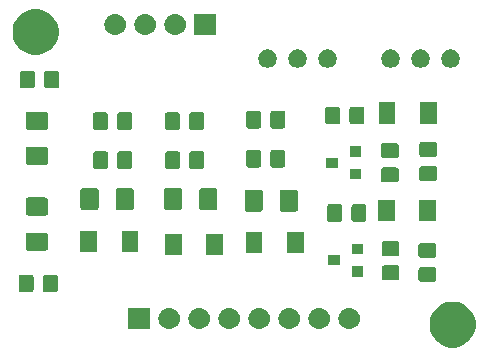
<source format=gbr>
%TF.GenerationSoftware,KiCad,Pcbnew,(5.1.4-0-10_14)*%
%TF.CreationDate,2019-08-17T10:21:19+03:00*%
%TF.ProjectId,Cooler_routed,436f6f6c-6572-45f7-926f-757465642e6b,rev?*%
%TF.SameCoordinates,Original*%
%TF.FileFunction,Soldermask,Top*%
%TF.FilePolarity,Negative*%
%FSLAX46Y46*%
G04 Gerber Fmt 4.6, Leading zero omitted, Abs format (unit mm)*
G04 Created by KiCad (PCBNEW (5.1.4-0-10_14)) date 2019-08-17 10:21:19*
%MOMM*%
%LPD*%
G04 APERTURE LIST*
%ADD10C,0.150000*%
G04 APERTURE END LIST*
D10*
G36*
X229042085Y-109756975D02*
G01*
X229397143Y-109904045D01*
X229397145Y-109904046D01*
X229716690Y-110117559D01*
X229988441Y-110389310D01*
X230201954Y-110708855D01*
X230201955Y-110708857D01*
X230349025Y-111063915D01*
X230424000Y-111440842D01*
X230424000Y-111825158D01*
X230349025Y-112202085D01*
X230201955Y-112557143D01*
X230201954Y-112557145D01*
X229988441Y-112876690D01*
X229716690Y-113148441D01*
X229397145Y-113361954D01*
X229397144Y-113361955D01*
X229397143Y-113361955D01*
X229042085Y-113509025D01*
X228665158Y-113584000D01*
X228280842Y-113584000D01*
X227903915Y-113509025D01*
X227548857Y-113361955D01*
X227548856Y-113361955D01*
X227548855Y-113361954D01*
X227229310Y-113148441D01*
X226957559Y-112876690D01*
X226744046Y-112557145D01*
X226744045Y-112557143D01*
X226596975Y-112202085D01*
X226522000Y-111825158D01*
X226522000Y-111440842D01*
X226596975Y-111063915D01*
X226744045Y-110708857D01*
X226744046Y-110708855D01*
X226957559Y-110389310D01*
X227229310Y-110117559D01*
X227548855Y-109904046D01*
X227548857Y-109904045D01*
X227903915Y-109756975D01*
X228280842Y-109682000D01*
X228665158Y-109682000D01*
X229042085Y-109756975D01*
X229042085Y-109756975D01*
G37*
G36*
X217280443Y-110230519D02*
G01*
X217346627Y-110237037D01*
X217516466Y-110288557D01*
X217672991Y-110372222D01*
X217693814Y-110389311D01*
X217810186Y-110484814D01*
X217893448Y-110586271D01*
X217922778Y-110622009D01*
X218006443Y-110778534D01*
X218057963Y-110948373D01*
X218075359Y-111125000D01*
X218057963Y-111301627D01*
X218006443Y-111471466D01*
X217922778Y-111627991D01*
X217893448Y-111663729D01*
X217810186Y-111765186D01*
X217708729Y-111848448D01*
X217672991Y-111877778D01*
X217516466Y-111961443D01*
X217346627Y-112012963D01*
X217280442Y-112019482D01*
X217214260Y-112026000D01*
X217125740Y-112026000D01*
X217059558Y-112019482D01*
X216993373Y-112012963D01*
X216823534Y-111961443D01*
X216667009Y-111877778D01*
X216631271Y-111848448D01*
X216529814Y-111765186D01*
X216446552Y-111663729D01*
X216417222Y-111627991D01*
X216333557Y-111471466D01*
X216282037Y-111301627D01*
X216264641Y-111125000D01*
X216282037Y-110948373D01*
X216333557Y-110778534D01*
X216417222Y-110622009D01*
X216446552Y-110586271D01*
X216529814Y-110484814D01*
X216646186Y-110389311D01*
X216667009Y-110372222D01*
X216823534Y-110288557D01*
X216993373Y-110237037D01*
X217059557Y-110230519D01*
X217125740Y-110224000D01*
X217214260Y-110224000D01*
X217280443Y-110230519D01*
X217280443Y-110230519D01*
G37*
G36*
X214740443Y-110230519D02*
G01*
X214806627Y-110237037D01*
X214976466Y-110288557D01*
X215132991Y-110372222D01*
X215153814Y-110389311D01*
X215270186Y-110484814D01*
X215353448Y-110586271D01*
X215382778Y-110622009D01*
X215466443Y-110778534D01*
X215517963Y-110948373D01*
X215535359Y-111125000D01*
X215517963Y-111301627D01*
X215466443Y-111471466D01*
X215382778Y-111627991D01*
X215353448Y-111663729D01*
X215270186Y-111765186D01*
X215168729Y-111848448D01*
X215132991Y-111877778D01*
X214976466Y-111961443D01*
X214806627Y-112012963D01*
X214740442Y-112019482D01*
X214674260Y-112026000D01*
X214585740Y-112026000D01*
X214519558Y-112019482D01*
X214453373Y-112012963D01*
X214283534Y-111961443D01*
X214127009Y-111877778D01*
X214091271Y-111848448D01*
X213989814Y-111765186D01*
X213906552Y-111663729D01*
X213877222Y-111627991D01*
X213793557Y-111471466D01*
X213742037Y-111301627D01*
X213724641Y-111125000D01*
X213742037Y-110948373D01*
X213793557Y-110778534D01*
X213877222Y-110622009D01*
X213906552Y-110586271D01*
X213989814Y-110484814D01*
X214106186Y-110389311D01*
X214127009Y-110372222D01*
X214283534Y-110288557D01*
X214453373Y-110237037D01*
X214519557Y-110230519D01*
X214585740Y-110224000D01*
X214674260Y-110224000D01*
X214740443Y-110230519D01*
X214740443Y-110230519D01*
G37*
G36*
X212200443Y-110230519D02*
G01*
X212266627Y-110237037D01*
X212436466Y-110288557D01*
X212592991Y-110372222D01*
X212613814Y-110389311D01*
X212730186Y-110484814D01*
X212813448Y-110586271D01*
X212842778Y-110622009D01*
X212926443Y-110778534D01*
X212977963Y-110948373D01*
X212995359Y-111125000D01*
X212977963Y-111301627D01*
X212926443Y-111471466D01*
X212842778Y-111627991D01*
X212813448Y-111663729D01*
X212730186Y-111765186D01*
X212628729Y-111848448D01*
X212592991Y-111877778D01*
X212436466Y-111961443D01*
X212266627Y-112012963D01*
X212200442Y-112019482D01*
X212134260Y-112026000D01*
X212045740Y-112026000D01*
X211979558Y-112019482D01*
X211913373Y-112012963D01*
X211743534Y-111961443D01*
X211587009Y-111877778D01*
X211551271Y-111848448D01*
X211449814Y-111765186D01*
X211366552Y-111663729D01*
X211337222Y-111627991D01*
X211253557Y-111471466D01*
X211202037Y-111301627D01*
X211184641Y-111125000D01*
X211202037Y-110948373D01*
X211253557Y-110778534D01*
X211337222Y-110622009D01*
X211366552Y-110586271D01*
X211449814Y-110484814D01*
X211566186Y-110389311D01*
X211587009Y-110372222D01*
X211743534Y-110288557D01*
X211913373Y-110237037D01*
X211979557Y-110230519D01*
X212045740Y-110224000D01*
X212134260Y-110224000D01*
X212200443Y-110230519D01*
X212200443Y-110230519D01*
G37*
G36*
X209660443Y-110230519D02*
G01*
X209726627Y-110237037D01*
X209896466Y-110288557D01*
X210052991Y-110372222D01*
X210073814Y-110389311D01*
X210190186Y-110484814D01*
X210273448Y-110586271D01*
X210302778Y-110622009D01*
X210386443Y-110778534D01*
X210437963Y-110948373D01*
X210455359Y-111125000D01*
X210437963Y-111301627D01*
X210386443Y-111471466D01*
X210302778Y-111627991D01*
X210273448Y-111663729D01*
X210190186Y-111765186D01*
X210088729Y-111848448D01*
X210052991Y-111877778D01*
X209896466Y-111961443D01*
X209726627Y-112012963D01*
X209660442Y-112019482D01*
X209594260Y-112026000D01*
X209505740Y-112026000D01*
X209439558Y-112019482D01*
X209373373Y-112012963D01*
X209203534Y-111961443D01*
X209047009Y-111877778D01*
X209011271Y-111848448D01*
X208909814Y-111765186D01*
X208826552Y-111663729D01*
X208797222Y-111627991D01*
X208713557Y-111471466D01*
X208662037Y-111301627D01*
X208644641Y-111125000D01*
X208662037Y-110948373D01*
X208713557Y-110778534D01*
X208797222Y-110622009D01*
X208826552Y-110586271D01*
X208909814Y-110484814D01*
X209026186Y-110389311D01*
X209047009Y-110372222D01*
X209203534Y-110288557D01*
X209373373Y-110237037D01*
X209439557Y-110230519D01*
X209505740Y-110224000D01*
X209594260Y-110224000D01*
X209660443Y-110230519D01*
X209660443Y-110230519D01*
G37*
G36*
X207120443Y-110230519D02*
G01*
X207186627Y-110237037D01*
X207356466Y-110288557D01*
X207512991Y-110372222D01*
X207533814Y-110389311D01*
X207650186Y-110484814D01*
X207733448Y-110586271D01*
X207762778Y-110622009D01*
X207846443Y-110778534D01*
X207897963Y-110948373D01*
X207915359Y-111125000D01*
X207897963Y-111301627D01*
X207846443Y-111471466D01*
X207762778Y-111627991D01*
X207733448Y-111663729D01*
X207650186Y-111765186D01*
X207548729Y-111848448D01*
X207512991Y-111877778D01*
X207356466Y-111961443D01*
X207186627Y-112012963D01*
X207120442Y-112019482D01*
X207054260Y-112026000D01*
X206965740Y-112026000D01*
X206899558Y-112019482D01*
X206833373Y-112012963D01*
X206663534Y-111961443D01*
X206507009Y-111877778D01*
X206471271Y-111848448D01*
X206369814Y-111765186D01*
X206286552Y-111663729D01*
X206257222Y-111627991D01*
X206173557Y-111471466D01*
X206122037Y-111301627D01*
X206104641Y-111125000D01*
X206122037Y-110948373D01*
X206173557Y-110778534D01*
X206257222Y-110622009D01*
X206286552Y-110586271D01*
X206369814Y-110484814D01*
X206486186Y-110389311D01*
X206507009Y-110372222D01*
X206663534Y-110288557D01*
X206833373Y-110237037D01*
X206899557Y-110230519D01*
X206965740Y-110224000D01*
X207054260Y-110224000D01*
X207120443Y-110230519D01*
X207120443Y-110230519D01*
G37*
G36*
X204580443Y-110230519D02*
G01*
X204646627Y-110237037D01*
X204816466Y-110288557D01*
X204972991Y-110372222D01*
X204993814Y-110389311D01*
X205110186Y-110484814D01*
X205193448Y-110586271D01*
X205222778Y-110622009D01*
X205306443Y-110778534D01*
X205357963Y-110948373D01*
X205375359Y-111125000D01*
X205357963Y-111301627D01*
X205306443Y-111471466D01*
X205222778Y-111627991D01*
X205193448Y-111663729D01*
X205110186Y-111765186D01*
X205008729Y-111848448D01*
X204972991Y-111877778D01*
X204816466Y-111961443D01*
X204646627Y-112012963D01*
X204580442Y-112019482D01*
X204514260Y-112026000D01*
X204425740Y-112026000D01*
X204359558Y-112019482D01*
X204293373Y-112012963D01*
X204123534Y-111961443D01*
X203967009Y-111877778D01*
X203931271Y-111848448D01*
X203829814Y-111765186D01*
X203746552Y-111663729D01*
X203717222Y-111627991D01*
X203633557Y-111471466D01*
X203582037Y-111301627D01*
X203564641Y-111125000D01*
X203582037Y-110948373D01*
X203633557Y-110778534D01*
X203717222Y-110622009D01*
X203746552Y-110586271D01*
X203829814Y-110484814D01*
X203946186Y-110389311D01*
X203967009Y-110372222D01*
X204123534Y-110288557D01*
X204293373Y-110237037D01*
X204359557Y-110230519D01*
X204425740Y-110224000D01*
X204514260Y-110224000D01*
X204580443Y-110230519D01*
X204580443Y-110230519D01*
G37*
G36*
X202831000Y-112026000D02*
G01*
X201029000Y-112026000D01*
X201029000Y-110224000D01*
X202831000Y-110224000D01*
X202831000Y-112026000D01*
X202831000Y-112026000D01*
G37*
G36*
X219820443Y-110230519D02*
G01*
X219886627Y-110237037D01*
X220056466Y-110288557D01*
X220212991Y-110372222D01*
X220233814Y-110389311D01*
X220350186Y-110484814D01*
X220433448Y-110586271D01*
X220462778Y-110622009D01*
X220546443Y-110778534D01*
X220597963Y-110948373D01*
X220615359Y-111125000D01*
X220597963Y-111301627D01*
X220546443Y-111471466D01*
X220462778Y-111627991D01*
X220433448Y-111663729D01*
X220350186Y-111765186D01*
X220248729Y-111848448D01*
X220212991Y-111877778D01*
X220056466Y-111961443D01*
X219886627Y-112012963D01*
X219820442Y-112019482D01*
X219754260Y-112026000D01*
X219665740Y-112026000D01*
X219599558Y-112019482D01*
X219533373Y-112012963D01*
X219363534Y-111961443D01*
X219207009Y-111877778D01*
X219171271Y-111848448D01*
X219069814Y-111765186D01*
X218986552Y-111663729D01*
X218957222Y-111627991D01*
X218873557Y-111471466D01*
X218822037Y-111301627D01*
X218804641Y-111125000D01*
X218822037Y-110948373D01*
X218873557Y-110778534D01*
X218957222Y-110622009D01*
X218986552Y-110586271D01*
X219069814Y-110484814D01*
X219186186Y-110389311D01*
X219207009Y-110372222D01*
X219363534Y-110288557D01*
X219533373Y-110237037D01*
X219599557Y-110230519D01*
X219665740Y-110224000D01*
X219754260Y-110224000D01*
X219820443Y-110230519D01*
X219820443Y-110230519D01*
G37*
G36*
X194884674Y-107406465D02*
G01*
X194922367Y-107417899D01*
X194957103Y-107436466D01*
X194987548Y-107461452D01*
X195012534Y-107491897D01*
X195031101Y-107526633D01*
X195042535Y-107564326D01*
X195047000Y-107609661D01*
X195047000Y-108696339D01*
X195042535Y-108741674D01*
X195031101Y-108779367D01*
X195012534Y-108814103D01*
X194987548Y-108844548D01*
X194957103Y-108869534D01*
X194922367Y-108888101D01*
X194884674Y-108899535D01*
X194839339Y-108904000D01*
X194002661Y-108904000D01*
X193957326Y-108899535D01*
X193919633Y-108888101D01*
X193884897Y-108869534D01*
X193854452Y-108844548D01*
X193829466Y-108814103D01*
X193810899Y-108779367D01*
X193799465Y-108741674D01*
X193795000Y-108696339D01*
X193795000Y-107609661D01*
X193799465Y-107564326D01*
X193810899Y-107526633D01*
X193829466Y-107491897D01*
X193854452Y-107461452D01*
X193884897Y-107436466D01*
X193919633Y-107417899D01*
X193957326Y-107406465D01*
X194002661Y-107402000D01*
X194839339Y-107402000D01*
X194884674Y-107406465D01*
X194884674Y-107406465D01*
G37*
G36*
X192834674Y-107406465D02*
G01*
X192872367Y-107417899D01*
X192907103Y-107436466D01*
X192937548Y-107461452D01*
X192962534Y-107491897D01*
X192981101Y-107526633D01*
X192992535Y-107564326D01*
X192997000Y-107609661D01*
X192997000Y-108696339D01*
X192992535Y-108741674D01*
X192981101Y-108779367D01*
X192962534Y-108814103D01*
X192937548Y-108844548D01*
X192907103Y-108869534D01*
X192872367Y-108888101D01*
X192834674Y-108899535D01*
X192789339Y-108904000D01*
X191952661Y-108904000D01*
X191907326Y-108899535D01*
X191869633Y-108888101D01*
X191834897Y-108869534D01*
X191804452Y-108844548D01*
X191779466Y-108814103D01*
X191760899Y-108779367D01*
X191749465Y-108741674D01*
X191745000Y-108696339D01*
X191745000Y-107609661D01*
X191749465Y-107564326D01*
X191760899Y-107526633D01*
X191779466Y-107491897D01*
X191804452Y-107461452D01*
X191834897Y-107436466D01*
X191869633Y-107417899D01*
X191907326Y-107406465D01*
X191952661Y-107402000D01*
X192789339Y-107402000D01*
X192834674Y-107406465D01*
X192834674Y-107406465D01*
G37*
G36*
X226927674Y-106774465D02*
G01*
X226965367Y-106785899D01*
X227000103Y-106804466D01*
X227030548Y-106829452D01*
X227055534Y-106859897D01*
X227074101Y-106894633D01*
X227085535Y-106932326D01*
X227090000Y-106977661D01*
X227090000Y-107814339D01*
X227085535Y-107859674D01*
X227074101Y-107897367D01*
X227055534Y-107932103D01*
X227030548Y-107962548D01*
X227000103Y-107987534D01*
X226965367Y-108006101D01*
X226927674Y-108017535D01*
X226882339Y-108022000D01*
X225795661Y-108022000D01*
X225750326Y-108017535D01*
X225712633Y-108006101D01*
X225677897Y-107987534D01*
X225647452Y-107962548D01*
X225622466Y-107932103D01*
X225603899Y-107897367D01*
X225592465Y-107859674D01*
X225588000Y-107814339D01*
X225588000Y-106977661D01*
X225592465Y-106932326D01*
X225603899Y-106894633D01*
X225622466Y-106859897D01*
X225647452Y-106829452D01*
X225677897Y-106804466D01*
X225712633Y-106785899D01*
X225750326Y-106774465D01*
X225795661Y-106770000D01*
X226882339Y-106770000D01*
X226927674Y-106774465D01*
X226927674Y-106774465D01*
G37*
G36*
X223816674Y-106630465D02*
G01*
X223854367Y-106641899D01*
X223889103Y-106660466D01*
X223919548Y-106685452D01*
X223944534Y-106715897D01*
X223963101Y-106750633D01*
X223974535Y-106788326D01*
X223979000Y-106833661D01*
X223979000Y-107670339D01*
X223974535Y-107715674D01*
X223963101Y-107753367D01*
X223944534Y-107788103D01*
X223919548Y-107818548D01*
X223889103Y-107843534D01*
X223854367Y-107862101D01*
X223816674Y-107873535D01*
X223771339Y-107878000D01*
X222684661Y-107878000D01*
X222639326Y-107873535D01*
X222601633Y-107862101D01*
X222566897Y-107843534D01*
X222536452Y-107818548D01*
X222511466Y-107788103D01*
X222492899Y-107753367D01*
X222481465Y-107715674D01*
X222477000Y-107670339D01*
X222477000Y-106833661D01*
X222481465Y-106788326D01*
X222492899Y-106750633D01*
X222511466Y-106715897D01*
X222536452Y-106685452D01*
X222566897Y-106660466D01*
X222601633Y-106641899D01*
X222639326Y-106630465D01*
X222684661Y-106626000D01*
X223771339Y-106626000D01*
X223816674Y-106630465D01*
X223816674Y-106630465D01*
G37*
G36*
X220919000Y-107573000D02*
G01*
X219917000Y-107573000D01*
X219917000Y-106671000D01*
X220919000Y-106671000D01*
X220919000Y-107573000D01*
X220919000Y-107573000D01*
G37*
G36*
X218919000Y-106623000D02*
G01*
X217917000Y-106623000D01*
X217917000Y-105721000D01*
X218919000Y-105721000D01*
X218919000Y-106623000D01*
X218919000Y-106623000D01*
G37*
G36*
X226927674Y-104724465D02*
G01*
X226965367Y-104735899D01*
X227000103Y-104754466D01*
X227030548Y-104779452D01*
X227055534Y-104809897D01*
X227074101Y-104844633D01*
X227085535Y-104882326D01*
X227090000Y-104927661D01*
X227090000Y-105764339D01*
X227085535Y-105809674D01*
X227074101Y-105847367D01*
X227055534Y-105882103D01*
X227030548Y-105912548D01*
X227000103Y-105937534D01*
X226965367Y-105956101D01*
X226927674Y-105967535D01*
X226882339Y-105972000D01*
X225795661Y-105972000D01*
X225750326Y-105967535D01*
X225712633Y-105956101D01*
X225677897Y-105937534D01*
X225647452Y-105912548D01*
X225622466Y-105882103D01*
X225603899Y-105847367D01*
X225592465Y-105809674D01*
X225588000Y-105764339D01*
X225588000Y-104927661D01*
X225592465Y-104882326D01*
X225603899Y-104844633D01*
X225622466Y-104809897D01*
X225647452Y-104779452D01*
X225677897Y-104754466D01*
X225712633Y-104735899D01*
X225750326Y-104724465D01*
X225795661Y-104720000D01*
X226882339Y-104720000D01*
X226927674Y-104724465D01*
X226927674Y-104724465D01*
G37*
G36*
X223816674Y-104580465D02*
G01*
X223854367Y-104591899D01*
X223889103Y-104610466D01*
X223919548Y-104635452D01*
X223944534Y-104665897D01*
X223963101Y-104700633D01*
X223974535Y-104738326D01*
X223979000Y-104783661D01*
X223979000Y-105620339D01*
X223974535Y-105665674D01*
X223963101Y-105703367D01*
X223944534Y-105738103D01*
X223919548Y-105768548D01*
X223889103Y-105793534D01*
X223854367Y-105812101D01*
X223816674Y-105823535D01*
X223771339Y-105828000D01*
X222684661Y-105828000D01*
X222639326Y-105823535D01*
X222601633Y-105812101D01*
X222566897Y-105793534D01*
X222536452Y-105768548D01*
X222511466Y-105738103D01*
X222492899Y-105703367D01*
X222481465Y-105665674D01*
X222477000Y-105620339D01*
X222477000Y-104783661D01*
X222481465Y-104738326D01*
X222492899Y-104700633D01*
X222511466Y-104665897D01*
X222536452Y-104635452D01*
X222566897Y-104610466D01*
X222601633Y-104591899D01*
X222639326Y-104580465D01*
X222684661Y-104576000D01*
X223771339Y-104576000D01*
X223816674Y-104580465D01*
X223816674Y-104580465D01*
G37*
G36*
X205532000Y-105727000D02*
G01*
X204130000Y-105727000D01*
X204130000Y-103925000D01*
X205532000Y-103925000D01*
X205532000Y-105727000D01*
X205532000Y-105727000D01*
G37*
G36*
X209032000Y-105727000D02*
G01*
X207630000Y-105727000D01*
X207630000Y-103925000D01*
X209032000Y-103925000D01*
X209032000Y-105727000D01*
X209032000Y-105727000D01*
G37*
G36*
X220919000Y-105673000D02*
G01*
X219917000Y-105673000D01*
X219917000Y-104771000D01*
X220919000Y-104771000D01*
X220919000Y-105673000D01*
X220919000Y-105673000D01*
G37*
G36*
X215862000Y-105600000D02*
G01*
X214460000Y-105600000D01*
X214460000Y-103798000D01*
X215862000Y-103798000D01*
X215862000Y-105600000D01*
X215862000Y-105600000D01*
G37*
G36*
X212362000Y-105600000D02*
G01*
X210960000Y-105600000D01*
X210960000Y-103798000D01*
X212362000Y-103798000D01*
X212362000Y-105600000D01*
X212362000Y-105600000D01*
G37*
G36*
X201864000Y-105473000D02*
G01*
X200462000Y-105473000D01*
X200462000Y-103671000D01*
X201864000Y-103671000D01*
X201864000Y-105473000D01*
X201864000Y-105473000D01*
G37*
G36*
X198364000Y-105473000D02*
G01*
X196962000Y-105473000D01*
X196962000Y-103671000D01*
X198364000Y-103671000D01*
X198364000Y-105473000D01*
X198364000Y-105473000D01*
G37*
G36*
X194044562Y-103852181D02*
G01*
X194079481Y-103862774D01*
X194111663Y-103879976D01*
X194139873Y-103903127D01*
X194163024Y-103931337D01*
X194180226Y-103963519D01*
X194190819Y-103998438D01*
X194195000Y-104040895D01*
X194195000Y-105182105D01*
X194190819Y-105224562D01*
X194180226Y-105259481D01*
X194163024Y-105291663D01*
X194139873Y-105319873D01*
X194111663Y-105343024D01*
X194079481Y-105360226D01*
X194044562Y-105370819D01*
X194002105Y-105375000D01*
X192535895Y-105375000D01*
X192493438Y-105370819D01*
X192458519Y-105360226D01*
X192426337Y-105343024D01*
X192398127Y-105319873D01*
X192374976Y-105291663D01*
X192357774Y-105259481D01*
X192347181Y-105224562D01*
X192343000Y-105182105D01*
X192343000Y-104040895D01*
X192347181Y-103998438D01*
X192357774Y-103963519D01*
X192374976Y-103931337D01*
X192398127Y-103903127D01*
X192426337Y-103879976D01*
X192458519Y-103862774D01*
X192493438Y-103852181D01*
X192535895Y-103848000D01*
X194002105Y-103848000D01*
X194044562Y-103852181D01*
X194044562Y-103852181D01*
G37*
G36*
X221004674Y-101437465D02*
G01*
X221042367Y-101448899D01*
X221077103Y-101467466D01*
X221107548Y-101492452D01*
X221132534Y-101522897D01*
X221151101Y-101557633D01*
X221162535Y-101595326D01*
X221167000Y-101640661D01*
X221167000Y-102727339D01*
X221162535Y-102772674D01*
X221151101Y-102810367D01*
X221132534Y-102845103D01*
X221107548Y-102875548D01*
X221077103Y-102900534D01*
X221042367Y-102919101D01*
X221004674Y-102930535D01*
X220959339Y-102935000D01*
X220122661Y-102935000D01*
X220077326Y-102930535D01*
X220039633Y-102919101D01*
X220004897Y-102900534D01*
X219974452Y-102875548D01*
X219949466Y-102845103D01*
X219930899Y-102810367D01*
X219919465Y-102772674D01*
X219915000Y-102727339D01*
X219915000Y-101640661D01*
X219919465Y-101595326D01*
X219930899Y-101557633D01*
X219949466Y-101522897D01*
X219974452Y-101492452D01*
X220004897Y-101467466D01*
X220039633Y-101448899D01*
X220077326Y-101437465D01*
X220122661Y-101433000D01*
X220959339Y-101433000D01*
X221004674Y-101437465D01*
X221004674Y-101437465D01*
G37*
G36*
X218954674Y-101437465D02*
G01*
X218992367Y-101448899D01*
X219027103Y-101467466D01*
X219057548Y-101492452D01*
X219082534Y-101522897D01*
X219101101Y-101557633D01*
X219112535Y-101595326D01*
X219117000Y-101640661D01*
X219117000Y-102727339D01*
X219112535Y-102772674D01*
X219101101Y-102810367D01*
X219082534Y-102845103D01*
X219057548Y-102875548D01*
X219027103Y-102900534D01*
X218992367Y-102919101D01*
X218954674Y-102930535D01*
X218909339Y-102935000D01*
X218072661Y-102935000D01*
X218027326Y-102930535D01*
X217989633Y-102919101D01*
X217954897Y-102900534D01*
X217924452Y-102875548D01*
X217899466Y-102845103D01*
X217880899Y-102810367D01*
X217869465Y-102772674D01*
X217865000Y-102727339D01*
X217865000Y-101640661D01*
X217869465Y-101595326D01*
X217880899Y-101557633D01*
X217899466Y-101522897D01*
X217924452Y-101492452D01*
X217954897Y-101467466D01*
X217989633Y-101448899D01*
X218027326Y-101437465D01*
X218072661Y-101433000D01*
X218909339Y-101433000D01*
X218954674Y-101437465D01*
X218954674Y-101437465D01*
G37*
G36*
X227066000Y-102882000D02*
G01*
X225664000Y-102882000D01*
X225664000Y-101080000D01*
X227066000Y-101080000D01*
X227066000Y-102882000D01*
X227066000Y-102882000D01*
G37*
G36*
X223566000Y-102882000D02*
G01*
X222164000Y-102882000D01*
X222164000Y-101080000D01*
X223566000Y-101080000D01*
X223566000Y-102882000D01*
X223566000Y-102882000D01*
G37*
G36*
X194044562Y-100877181D02*
G01*
X194079481Y-100887774D01*
X194111663Y-100904976D01*
X194139873Y-100928127D01*
X194163024Y-100956337D01*
X194180226Y-100988519D01*
X194190819Y-101023438D01*
X194195000Y-101065895D01*
X194195000Y-102207105D01*
X194190819Y-102249562D01*
X194180226Y-102284481D01*
X194163024Y-102316663D01*
X194139873Y-102344873D01*
X194111663Y-102368024D01*
X194079481Y-102385226D01*
X194044562Y-102395819D01*
X194002105Y-102400000D01*
X192535895Y-102400000D01*
X192493438Y-102395819D01*
X192458519Y-102385226D01*
X192426337Y-102368024D01*
X192398127Y-102344873D01*
X192374976Y-102316663D01*
X192357774Y-102284481D01*
X192347181Y-102249562D01*
X192343000Y-102207105D01*
X192343000Y-101065895D01*
X192347181Y-101023438D01*
X192357774Y-100988519D01*
X192374976Y-100956337D01*
X192398127Y-100928127D01*
X192426337Y-100904976D01*
X192458519Y-100887774D01*
X192493438Y-100877181D01*
X192535895Y-100873000D01*
X194002105Y-100873000D01*
X194044562Y-100877181D01*
X194044562Y-100877181D01*
G37*
G36*
X212245562Y-100221181D02*
G01*
X212280481Y-100231774D01*
X212312663Y-100248976D01*
X212340873Y-100272127D01*
X212364024Y-100300337D01*
X212381226Y-100332519D01*
X212391819Y-100367438D01*
X212396000Y-100409895D01*
X212396000Y-101876105D01*
X212391819Y-101918562D01*
X212381226Y-101953481D01*
X212364024Y-101985663D01*
X212340873Y-102013873D01*
X212312663Y-102037024D01*
X212280481Y-102054226D01*
X212245562Y-102064819D01*
X212203105Y-102069000D01*
X211061895Y-102069000D01*
X211019438Y-102064819D01*
X210984519Y-102054226D01*
X210952337Y-102037024D01*
X210924127Y-102013873D01*
X210900976Y-101985663D01*
X210883774Y-101953481D01*
X210873181Y-101918562D01*
X210869000Y-101876105D01*
X210869000Y-100409895D01*
X210873181Y-100367438D01*
X210883774Y-100332519D01*
X210900976Y-100300337D01*
X210924127Y-100272127D01*
X210952337Y-100248976D01*
X210984519Y-100231774D01*
X211019438Y-100221181D01*
X211061895Y-100217000D01*
X212203105Y-100217000D01*
X212245562Y-100221181D01*
X212245562Y-100221181D01*
G37*
G36*
X215220562Y-100221181D02*
G01*
X215255481Y-100231774D01*
X215287663Y-100248976D01*
X215315873Y-100272127D01*
X215339024Y-100300337D01*
X215356226Y-100332519D01*
X215366819Y-100367438D01*
X215371000Y-100409895D01*
X215371000Y-101876105D01*
X215366819Y-101918562D01*
X215356226Y-101953481D01*
X215339024Y-101985663D01*
X215315873Y-102013873D01*
X215287663Y-102037024D01*
X215255481Y-102054226D01*
X215220562Y-102064819D01*
X215178105Y-102069000D01*
X214036895Y-102069000D01*
X213994438Y-102064819D01*
X213959519Y-102054226D01*
X213927337Y-102037024D01*
X213899127Y-102013873D01*
X213875976Y-101985663D01*
X213858774Y-101953481D01*
X213848181Y-101918562D01*
X213844000Y-101876105D01*
X213844000Y-100409895D01*
X213848181Y-100367438D01*
X213858774Y-100332519D01*
X213875976Y-100300337D01*
X213899127Y-100272127D01*
X213927337Y-100248976D01*
X213959519Y-100231774D01*
X213994438Y-100221181D01*
X214036895Y-100217000D01*
X215178105Y-100217000D01*
X215220562Y-100221181D01*
X215220562Y-100221181D01*
G37*
G36*
X201323562Y-100094181D02*
G01*
X201358481Y-100104774D01*
X201390663Y-100121976D01*
X201418873Y-100145127D01*
X201442024Y-100173337D01*
X201459226Y-100205519D01*
X201469819Y-100240438D01*
X201474000Y-100282895D01*
X201474000Y-101749105D01*
X201469819Y-101791562D01*
X201459226Y-101826481D01*
X201442024Y-101858663D01*
X201418873Y-101886873D01*
X201390663Y-101910024D01*
X201358481Y-101927226D01*
X201323562Y-101937819D01*
X201281105Y-101942000D01*
X200139895Y-101942000D01*
X200097438Y-101937819D01*
X200062519Y-101927226D01*
X200030337Y-101910024D01*
X200002127Y-101886873D01*
X199978976Y-101858663D01*
X199961774Y-101826481D01*
X199951181Y-101791562D01*
X199947000Y-101749105D01*
X199947000Y-100282895D01*
X199951181Y-100240438D01*
X199961774Y-100205519D01*
X199978976Y-100173337D01*
X200002127Y-100145127D01*
X200030337Y-100121976D01*
X200062519Y-100104774D01*
X200097438Y-100094181D01*
X200139895Y-100090000D01*
X201281105Y-100090000D01*
X201323562Y-100094181D01*
X201323562Y-100094181D01*
G37*
G36*
X198348562Y-100094181D02*
G01*
X198383481Y-100104774D01*
X198415663Y-100121976D01*
X198443873Y-100145127D01*
X198467024Y-100173337D01*
X198484226Y-100205519D01*
X198494819Y-100240438D01*
X198499000Y-100282895D01*
X198499000Y-101749105D01*
X198494819Y-101791562D01*
X198484226Y-101826481D01*
X198467024Y-101858663D01*
X198443873Y-101886873D01*
X198415663Y-101910024D01*
X198383481Y-101927226D01*
X198348562Y-101937819D01*
X198306105Y-101942000D01*
X197164895Y-101942000D01*
X197122438Y-101937819D01*
X197087519Y-101927226D01*
X197055337Y-101910024D01*
X197027127Y-101886873D01*
X197003976Y-101858663D01*
X196986774Y-101826481D01*
X196976181Y-101791562D01*
X196972000Y-101749105D01*
X196972000Y-100282895D01*
X196976181Y-100240438D01*
X196986774Y-100205519D01*
X197003976Y-100173337D01*
X197027127Y-100145127D01*
X197055337Y-100121976D01*
X197087519Y-100104774D01*
X197122438Y-100094181D01*
X197164895Y-100090000D01*
X198306105Y-100090000D01*
X198348562Y-100094181D01*
X198348562Y-100094181D01*
G37*
G36*
X208399562Y-100094181D02*
G01*
X208434481Y-100104774D01*
X208466663Y-100121976D01*
X208494873Y-100145127D01*
X208518024Y-100173337D01*
X208535226Y-100205519D01*
X208545819Y-100240438D01*
X208550000Y-100282895D01*
X208550000Y-101749105D01*
X208545819Y-101791562D01*
X208535226Y-101826481D01*
X208518024Y-101858663D01*
X208494873Y-101886873D01*
X208466663Y-101910024D01*
X208434481Y-101927226D01*
X208399562Y-101937819D01*
X208357105Y-101942000D01*
X207215895Y-101942000D01*
X207173438Y-101937819D01*
X207138519Y-101927226D01*
X207106337Y-101910024D01*
X207078127Y-101886873D01*
X207054976Y-101858663D01*
X207037774Y-101826481D01*
X207027181Y-101791562D01*
X207023000Y-101749105D01*
X207023000Y-100282895D01*
X207027181Y-100240438D01*
X207037774Y-100205519D01*
X207054976Y-100173337D01*
X207078127Y-100145127D01*
X207106337Y-100121976D01*
X207138519Y-100104774D01*
X207173438Y-100094181D01*
X207215895Y-100090000D01*
X208357105Y-100090000D01*
X208399562Y-100094181D01*
X208399562Y-100094181D01*
G37*
G36*
X205424562Y-100094181D02*
G01*
X205459481Y-100104774D01*
X205491663Y-100121976D01*
X205519873Y-100145127D01*
X205543024Y-100173337D01*
X205560226Y-100205519D01*
X205570819Y-100240438D01*
X205575000Y-100282895D01*
X205575000Y-101749105D01*
X205570819Y-101791562D01*
X205560226Y-101826481D01*
X205543024Y-101858663D01*
X205519873Y-101886873D01*
X205491663Y-101910024D01*
X205459481Y-101927226D01*
X205424562Y-101937819D01*
X205382105Y-101942000D01*
X204240895Y-101942000D01*
X204198438Y-101937819D01*
X204163519Y-101927226D01*
X204131337Y-101910024D01*
X204103127Y-101886873D01*
X204079976Y-101858663D01*
X204062774Y-101826481D01*
X204052181Y-101791562D01*
X204048000Y-101749105D01*
X204048000Y-100282895D01*
X204052181Y-100240438D01*
X204062774Y-100205519D01*
X204079976Y-100173337D01*
X204103127Y-100145127D01*
X204131337Y-100121976D01*
X204163519Y-100104774D01*
X204198438Y-100094181D01*
X204240895Y-100090000D01*
X205382105Y-100090000D01*
X205424562Y-100094181D01*
X205424562Y-100094181D01*
G37*
G36*
X223752674Y-98336865D02*
G01*
X223790367Y-98348299D01*
X223825103Y-98366866D01*
X223855548Y-98391852D01*
X223880534Y-98422297D01*
X223899101Y-98457033D01*
X223910535Y-98494726D01*
X223915000Y-98540061D01*
X223915000Y-99376739D01*
X223910535Y-99422074D01*
X223899101Y-99459767D01*
X223880534Y-99494503D01*
X223855548Y-99524948D01*
X223825103Y-99549934D01*
X223790367Y-99568501D01*
X223752674Y-99579935D01*
X223707339Y-99584400D01*
X222620661Y-99584400D01*
X222575326Y-99579935D01*
X222537633Y-99568501D01*
X222502897Y-99549934D01*
X222472452Y-99524948D01*
X222447466Y-99494503D01*
X222428899Y-99459767D01*
X222417465Y-99422074D01*
X222413000Y-99376739D01*
X222413000Y-98540061D01*
X222417465Y-98494726D01*
X222428899Y-98457033D01*
X222447466Y-98422297D01*
X222472452Y-98391852D01*
X222502897Y-98366866D01*
X222537633Y-98348299D01*
X222575326Y-98336865D01*
X222620661Y-98332400D01*
X223707339Y-98332400D01*
X223752674Y-98336865D01*
X223752674Y-98336865D01*
G37*
G36*
X227004674Y-98235265D02*
G01*
X227042367Y-98246699D01*
X227077103Y-98265266D01*
X227107548Y-98290252D01*
X227132534Y-98320697D01*
X227151101Y-98355433D01*
X227162535Y-98393126D01*
X227167000Y-98438461D01*
X227167000Y-99275139D01*
X227162535Y-99320474D01*
X227151101Y-99358167D01*
X227132534Y-99392903D01*
X227107548Y-99423348D01*
X227077103Y-99448334D01*
X227042367Y-99466901D01*
X227004674Y-99478335D01*
X226959339Y-99482800D01*
X225872661Y-99482800D01*
X225827326Y-99478335D01*
X225789633Y-99466901D01*
X225754897Y-99448334D01*
X225724452Y-99423348D01*
X225699466Y-99392903D01*
X225680899Y-99358167D01*
X225669465Y-99320474D01*
X225665000Y-99275139D01*
X225665000Y-98438461D01*
X225669465Y-98393126D01*
X225680899Y-98355433D01*
X225699466Y-98320697D01*
X225724452Y-98290252D01*
X225754897Y-98265266D01*
X225789633Y-98246699D01*
X225827326Y-98235265D01*
X225872661Y-98230800D01*
X226959339Y-98230800D01*
X227004674Y-98235265D01*
X227004674Y-98235265D01*
G37*
G36*
X220754000Y-99343400D02*
G01*
X219752000Y-99343400D01*
X219752000Y-98441400D01*
X220754000Y-98441400D01*
X220754000Y-99343400D01*
X220754000Y-99343400D01*
G37*
G36*
X199133674Y-96967265D02*
G01*
X199171367Y-96978699D01*
X199206103Y-96997266D01*
X199236548Y-97022252D01*
X199261534Y-97052697D01*
X199280101Y-97087433D01*
X199291535Y-97125126D01*
X199296000Y-97170461D01*
X199296000Y-98257139D01*
X199291535Y-98302474D01*
X199280101Y-98340167D01*
X199261534Y-98374903D01*
X199236548Y-98405348D01*
X199206103Y-98430334D01*
X199171367Y-98448901D01*
X199133674Y-98460335D01*
X199088339Y-98464800D01*
X198251661Y-98464800D01*
X198206326Y-98460335D01*
X198168633Y-98448901D01*
X198133897Y-98430334D01*
X198103452Y-98405348D01*
X198078466Y-98374903D01*
X198059899Y-98340167D01*
X198048465Y-98302474D01*
X198044000Y-98257139D01*
X198044000Y-97170461D01*
X198048465Y-97125126D01*
X198059899Y-97087433D01*
X198078466Y-97052697D01*
X198103452Y-97022252D01*
X198133897Y-96997266D01*
X198168633Y-96978699D01*
X198206326Y-96967265D01*
X198251661Y-96962800D01*
X199088339Y-96962800D01*
X199133674Y-96967265D01*
X199133674Y-96967265D01*
G37*
G36*
X207279674Y-96967265D02*
G01*
X207317367Y-96978699D01*
X207352103Y-96997266D01*
X207382548Y-97022252D01*
X207407534Y-97052697D01*
X207426101Y-97087433D01*
X207437535Y-97125126D01*
X207442000Y-97170461D01*
X207442000Y-98257139D01*
X207437535Y-98302474D01*
X207426101Y-98340167D01*
X207407534Y-98374903D01*
X207382548Y-98405348D01*
X207352103Y-98430334D01*
X207317367Y-98448901D01*
X207279674Y-98460335D01*
X207234339Y-98464800D01*
X206397661Y-98464800D01*
X206352326Y-98460335D01*
X206314633Y-98448901D01*
X206279897Y-98430334D01*
X206249452Y-98405348D01*
X206224466Y-98374903D01*
X206205899Y-98340167D01*
X206194465Y-98302474D01*
X206190000Y-98257139D01*
X206190000Y-97170461D01*
X206194465Y-97125126D01*
X206205899Y-97087433D01*
X206224466Y-97052697D01*
X206249452Y-97022252D01*
X206279897Y-96997266D01*
X206314633Y-96978699D01*
X206352326Y-96967265D01*
X206397661Y-96962800D01*
X207234339Y-96962800D01*
X207279674Y-96967265D01*
X207279674Y-96967265D01*
G37*
G36*
X205229674Y-96967265D02*
G01*
X205267367Y-96978699D01*
X205302103Y-96997266D01*
X205332548Y-97022252D01*
X205357534Y-97052697D01*
X205376101Y-97087433D01*
X205387535Y-97125126D01*
X205392000Y-97170461D01*
X205392000Y-98257139D01*
X205387535Y-98302474D01*
X205376101Y-98340167D01*
X205357534Y-98374903D01*
X205332548Y-98405348D01*
X205302103Y-98430334D01*
X205267367Y-98448901D01*
X205229674Y-98460335D01*
X205184339Y-98464800D01*
X204347661Y-98464800D01*
X204302326Y-98460335D01*
X204264633Y-98448901D01*
X204229897Y-98430334D01*
X204199452Y-98405348D01*
X204174466Y-98374903D01*
X204155899Y-98340167D01*
X204144465Y-98302474D01*
X204140000Y-98257139D01*
X204140000Y-97170461D01*
X204144465Y-97125126D01*
X204155899Y-97087433D01*
X204174466Y-97052697D01*
X204199452Y-97022252D01*
X204229897Y-96997266D01*
X204264633Y-96978699D01*
X204302326Y-96967265D01*
X204347661Y-96962800D01*
X205184339Y-96962800D01*
X205229674Y-96967265D01*
X205229674Y-96967265D01*
G37*
G36*
X201183674Y-96967265D02*
G01*
X201221367Y-96978699D01*
X201256103Y-96997266D01*
X201286548Y-97022252D01*
X201311534Y-97052697D01*
X201330101Y-97087433D01*
X201341535Y-97125126D01*
X201346000Y-97170461D01*
X201346000Y-98257139D01*
X201341535Y-98302474D01*
X201330101Y-98340167D01*
X201311534Y-98374903D01*
X201286548Y-98405348D01*
X201256103Y-98430334D01*
X201221367Y-98448901D01*
X201183674Y-98460335D01*
X201138339Y-98464800D01*
X200301661Y-98464800D01*
X200256326Y-98460335D01*
X200218633Y-98448901D01*
X200183897Y-98430334D01*
X200153452Y-98405348D01*
X200128466Y-98374903D01*
X200109899Y-98340167D01*
X200098465Y-98302474D01*
X200094000Y-98257139D01*
X200094000Y-97170461D01*
X200098465Y-97125126D01*
X200109899Y-97087433D01*
X200128466Y-97052697D01*
X200153452Y-97022252D01*
X200183897Y-96997266D01*
X200218633Y-96978699D01*
X200256326Y-96967265D01*
X200301661Y-96962800D01*
X201138339Y-96962800D01*
X201183674Y-96967265D01*
X201183674Y-96967265D01*
G37*
G36*
X218754000Y-98393400D02*
G01*
X217752000Y-98393400D01*
X217752000Y-97491400D01*
X218754000Y-97491400D01*
X218754000Y-98393400D01*
X218754000Y-98393400D01*
G37*
G36*
X212087674Y-96840265D02*
G01*
X212125367Y-96851699D01*
X212160103Y-96870266D01*
X212190548Y-96895252D01*
X212215534Y-96925697D01*
X212234101Y-96960433D01*
X212245535Y-96998126D01*
X212250000Y-97043461D01*
X212250000Y-98130139D01*
X212245535Y-98175474D01*
X212234101Y-98213167D01*
X212215534Y-98247903D01*
X212190548Y-98278348D01*
X212160103Y-98303334D01*
X212125367Y-98321901D01*
X212087674Y-98333335D01*
X212042339Y-98337800D01*
X211205661Y-98337800D01*
X211160326Y-98333335D01*
X211122633Y-98321901D01*
X211087897Y-98303334D01*
X211057452Y-98278348D01*
X211032466Y-98247903D01*
X211013899Y-98213167D01*
X211002465Y-98175474D01*
X210998000Y-98130139D01*
X210998000Y-97043461D01*
X211002465Y-96998126D01*
X211013899Y-96960433D01*
X211032466Y-96925697D01*
X211057452Y-96895252D01*
X211087897Y-96870266D01*
X211122633Y-96851699D01*
X211160326Y-96840265D01*
X211205661Y-96835800D01*
X212042339Y-96835800D01*
X212087674Y-96840265D01*
X212087674Y-96840265D01*
G37*
G36*
X214137674Y-96840265D02*
G01*
X214175367Y-96851699D01*
X214210103Y-96870266D01*
X214240548Y-96895252D01*
X214265534Y-96925697D01*
X214284101Y-96960433D01*
X214295535Y-96998126D01*
X214300000Y-97043461D01*
X214300000Y-98130139D01*
X214295535Y-98175474D01*
X214284101Y-98213167D01*
X214265534Y-98247903D01*
X214240548Y-98278348D01*
X214210103Y-98303334D01*
X214175367Y-98321901D01*
X214137674Y-98333335D01*
X214092339Y-98337800D01*
X213255661Y-98337800D01*
X213210326Y-98333335D01*
X213172633Y-98321901D01*
X213137897Y-98303334D01*
X213107452Y-98278348D01*
X213082466Y-98247903D01*
X213063899Y-98213167D01*
X213052465Y-98175474D01*
X213048000Y-98130139D01*
X213048000Y-97043461D01*
X213052465Y-96998126D01*
X213063899Y-96960433D01*
X213082466Y-96925697D01*
X213107452Y-96895252D01*
X213137897Y-96870266D01*
X213172633Y-96851699D01*
X213210326Y-96840265D01*
X213255661Y-96835800D01*
X214092339Y-96835800D01*
X214137674Y-96840265D01*
X214137674Y-96840265D01*
G37*
G36*
X194044562Y-96587781D02*
G01*
X194079481Y-96598374D01*
X194111663Y-96615576D01*
X194139873Y-96638727D01*
X194163024Y-96666937D01*
X194180226Y-96699119D01*
X194190819Y-96734038D01*
X194195000Y-96776495D01*
X194195000Y-97917705D01*
X194190819Y-97960162D01*
X194180226Y-97995081D01*
X194163024Y-98027263D01*
X194139873Y-98055473D01*
X194111663Y-98078624D01*
X194079481Y-98095826D01*
X194044562Y-98106419D01*
X194002105Y-98110600D01*
X192535895Y-98110600D01*
X192493438Y-98106419D01*
X192458519Y-98095826D01*
X192426337Y-98078624D01*
X192398127Y-98055473D01*
X192374976Y-98027263D01*
X192357774Y-97995081D01*
X192347181Y-97960162D01*
X192343000Y-97917705D01*
X192343000Y-96776495D01*
X192347181Y-96734038D01*
X192357774Y-96699119D01*
X192374976Y-96666937D01*
X192398127Y-96638727D01*
X192426337Y-96615576D01*
X192458519Y-96598374D01*
X192493438Y-96587781D01*
X192535895Y-96583600D01*
X194002105Y-96583600D01*
X194044562Y-96587781D01*
X194044562Y-96587781D01*
G37*
G36*
X223752674Y-96286865D02*
G01*
X223790367Y-96298299D01*
X223825103Y-96316866D01*
X223855548Y-96341852D01*
X223880534Y-96372297D01*
X223899101Y-96407033D01*
X223910535Y-96444726D01*
X223915000Y-96490061D01*
X223915000Y-97326739D01*
X223910535Y-97372074D01*
X223899101Y-97409767D01*
X223880534Y-97444503D01*
X223855548Y-97474948D01*
X223825103Y-97499934D01*
X223790367Y-97518501D01*
X223752674Y-97529935D01*
X223707339Y-97534400D01*
X222620661Y-97534400D01*
X222575326Y-97529935D01*
X222537633Y-97518501D01*
X222502897Y-97499934D01*
X222472452Y-97474948D01*
X222447466Y-97444503D01*
X222428899Y-97409767D01*
X222417465Y-97372074D01*
X222413000Y-97326739D01*
X222413000Y-96490061D01*
X222417465Y-96444726D01*
X222428899Y-96407033D01*
X222447466Y-96372297D01*
X222472452Y-96341852D01*
X222502897Y-96316866D01*
X222537633Y-96298299D01*
X222575326Y-96286865D01*
X222620661Y-96282400D01*
X223707339Y-96282400D01*
X223752674Y-96286865D01*
X223752674Y-96286865D01*
G37*
G36*
X220754000Y-97443400D02*
G01*
X219752000Y-97443400D01*
X219752000Y-96541400D01*
X220754000Y-96541400D01*
X220754000Y-97443400D01*
X220754000Y-97443400D01*
G37*
G36*
X227004674Y-96185265D02*
G01*
X227042367Y-96196699D01*
X227077103Y-96215266D01*
X227107548Y-96240252D01*
X227132534Y-96270697D01*
X227151101Y-96305433D01*
X227162535Y-96343126D01*
X227167000Y-96388461D01*
X227167000Y-97225139D01*
X227162535Y-97270474D01*
X227151101Y-97308167D01*
X227132534Y-97342903D01*
X227107548Y-97373348D01*
X227077103Y-97398334D01*
X227042367Y-97416901D01*
X227004674Y-97428335D01*
X226959339Y-97432800D01*
X225872661Y-97432800D01*
X225827326Y-97428335D01*
X225789633Y-97416901D01*
X225754897Y-97398334D01*
X225724452Y-97373348D01*
X225699466Y-97342903D01*
X225680899Y-97308167D01*
X225669465Y-97270474D01*
X225665000Y-97225139D01*
X225665000Y-96388461D01*
X225669465Y-96343126D01*
X225680899Y-96305433D01*
X225699466Y-96270697D01*
X225724452Y-96240252D01*
X225754897Y-96215266D01*
X225789633Y-96196699D01*
X225827326Y-96185265D01*
X225872661Y-96180800D01*
X226959339Y-96180800D01*
X227004674Y-96185265D01*
X227004674Y-96185265D01*
G37*
G36*
X205220674Y-93665265D02*
G01*
X205258367Y-93676699D01*
X205293103Y-93695266D01*
X205323548Y-93720252D01*
X205348534Y-93750697D01*
X205367101Y-93785433D01*
X205378535Y-93823126D01*
X205383000Y-93868461D01*
X205383000Y-94955139D01*
X205378535Y-95000474D01*
X205367101Y-95038167D01*
X205348534Y-95072903D01*
X205323548Y-95103348D01*
X205293103Y-95128334D01*
X205258367Y-95146901D01*
X205220674Y-95158335D01*
X205175339Y-95162800D01*
X204338661Y-95162800D01*
X204293326Y-95158335D01*
X204255633Y-95146901D01*
X204220897Y-95128334D01*
X204190452Y-95103348D01*
X204165466Y-95072903D01*
X204146899Y-95038167D01*
X204135465Y-95000474D01*
X204131000Y-94955139D01*
X204131000Y-93868461D01*
X204135465Y-93823126D01*
X204146899Y-93785433D01*
X204165466Y-93750697D01*
X204190452Y-93720252D01*
X204220897Y-93695266D01*
X204255633Y-93676699D01*
X204293326Y-93665265D01*
X204338661Y-93660800D01*
X205175339Y-93660800D01*
X205220674Y-93665265D01*
X205220674Y-93665265D01*
G37*
G36*
X201174674Y-93665265D02*
G01*
X201212367Y-93676699D01*
X201247103Y-93695266D01*
X201277548Y-93720252D01*
X201302534Y-93750697D01*
X201321101Y-93785433D01*
X201332535Y-93823126D01*
X201337000Y-93868461D01*
X201337000Y-94955139D01*
X201332535Y-95000474D01*
X201321101Y-95038167D01*
X201302534Y-95072903D01*
X201277548Y-95103348D01*
X201247103Y-95128334D01*
X201212367Y-95146901D01*
X201174674Y-95158335D01*
X201129339Y-95162800D01*
X200292661Y-95162800D01*
X200247326Y-95158335D01*
X200209633Y-95146901D01*
X200174897Y-95128334D01*
X200144452Y-95103348D01*
X200119466Y-95072903D01*
X200100899Y-95038167D01*
X200089465Y-95000474D01*
X200085000Y-94955139D01*
X200085000Y-93868461D01*
X200089465Y-93823126D01*
X200100899Y-93785433D01*
X200119466Y-93750697D01*
X200144452Y-93720252D01*
X200174897Y-93695266D01*
X200209633Y-93676699D01*
X200247326Y-93665265D01*
X200292661Y-93660800D01*
X201129339Y-93660800D01*
X201174674Y-93665265D01*
X201174674Y-93665265D01*
G37*
G36*
X199124674Y-93665265D02*
G01*
X199162367Y-93676699D01*
X199197103Y-93695266D01*
X199227548Y-93720252D01*
X199252534Y-93750697D01*
X199271101Y-93785433D01*
X199282535Y-93823126D01*
X199287000Y-93868461D01*
X199287000Y-94955139D01*
X199282535Y-95000474D01*
X199271101Y-95038167D01*
X199252534Y-95072903D01*
X199227548Y-95103348D01*
X199197103Y-95128334D01*
X199162367Y-95146901D01*
X199124674Y-95158335D01*
X199079339Y-95162800D01*
X198242661Y-95162800D01*
X198197326Y-95158335D01*
X198159633Y-95146901D01*
X198124897Y-95128334D01*
X198094452Y-95103348D01*
X198069466Y-95072903D01*
X198050899Y-95038167D01*
X198039465Y-95000474D01*
X198035000Y-94955139D01*
X198035000Y-93868461D01*
X198039465Y-93823126D01*
X198050899Y-93785433D01*
X198069466Y-93750697D01*
X198094452Y-93720252D01*
X198124897Y-93695266D01*
X198159633Y-93676699D01*
X198197326Y-93665265D01*
X198242661Y-93660800D01*
X199079339Y-93660800D01*
X199124674Y-93665265D01*
X199124674Y-93665265D01*
G37*
G36*
X207270674Y-93665265D02*
G01*
X207308367Y-93676699D01*
X207343103Y-93695266D01*
X207373548Y-93720252D01*
X207398534Y-93750697D01*
X207417101Y-93785433D01*
X207428535Y-93823126D01*
X207433000Y-93868461D01*
X207433000Y-94955139D01*
X207428535Y-95000474D01*
X207417101Y-95038167D01*
X207398534Y-95072903D01*
X207373548Y-95103348D01*
X207343103Y-95128334D01*
X207308367Y-95146901D01*
X207270674Y-95158335D01*
X207225339Y-95162800D01*
X206388661Y-95162800D01*
X206343326Y-95158335D01*
X206305633Y-95146901D01*
X206270897Y-95128334D01*
X206240452Y-95103348D01*
X206215466Y-95072903D01*
X206196899Y-95038167D01*
X206185465Y-95000474D01*
X206181000Y-94955139D01*
X206181000Y-93868461D01*
X206185465Y-93823126D01*
X206196899Y-93785433D01*
X206215466Y-93750697D01*
X206240452Y-93720252D01*
X206270897Y-93695266D01*
X206305633Y-93676699D01*
X206343326Y-93665265D01*
X206388661Y-93660800D01*
X207225339Y-93660800D01*
X207270674Y-93665265D01*
X207270674Y-93665265D01*
G37*
G36*
X194044562Y-93612781D02*
G01*
X194079481Y-93623374D01*
X194111663Y-93640576D01*
X194139873Y-93663727D01*
X194163024Y-93691937D01*
X194180226Y-93724119D01*
X194190819Y-93759038D01*
X194195000Y-93801495D01*
X194195000Y-94942705D01*
X194190819Y-94985162D01*
X194180226Y-95020081D01*
X194163024Y-95052263D01*
X194139873Y-95080473D01*
X194111663Y-95103624D01*
X194079481Y-95120826D01*
X194044562Y-95131419D01*
X194002105Y-95135600D01*
X192535895Y-95135600D01*
X192493438Y-95131419D01*
X192458519Y-95120826D01*
X192426337Y-95103624D01*
X192398127Y-95080473D01*
X192374976Y-95052263D01*
X192357774Y-95020081D01*
X192347181Y-94985162D01*
X192343000Y-94942705D01*
X192343000Y-93801495D01*
X192347181Y-93759038D01*
X192357774Y-93724119D01*
X192374976Y-93691937D01*
X192398127Y-93663727D01*
X192426337Y-93640576D01*
X192458519Y-93623374D01*
X192493438Y-93612781D01*
X192535895Y-93608600D01*
X194002105Y-93608600D01*
X194044562Y-93612781D01*
X194044562Y-93612781D01*
G37*
G36*
X214146674Y-93538265D02*
G01*
X214184367Y-93549699D01*
X214219103Y-93568266D01*
X214249548Y-93593252D01*
X214274534Y-93623697D01*
X214293101Y-93658433D01*
X214304535Y-93696126D01*
X214309000Y-93741461D01*
X214309000Y-94828139D01*
X214304535Y-94873474D01*
X214293101Y-94911167D01*
X214274534Y-94945903D01*
X214249548Y-94976348D01*
X214219103Y-95001334D01*
X214184367Y-95019901D01*
X214146674Y-95031335D01*
X214101339Y-95035800D01*
X213264661Y-95035800D01*
X213219326Y-95031335D01*
X213181633Y-95019901D01*
X213146897Y-95001334D01*
X213116452Y-94976348D01*
X213091466Y-94945903D01*
X213072899Y-94911167D01*
X213061465Y-94873474D01*
X213057000Y-94828139D01*
X213057000Y-93741461D01*
X213061465Y-93696126D01*
X213072899Y-93658433D01*
X213091466Y-93623697D01*
X213116452Y-93593252D01*
X213146897Y-93568266D01*
X213181633Y-93549699D01*
X213219326Y-93538265D01*
X213264661Y-93533800D01*
X214101339Y-93533800D01*
X214146674Y-93538265D01*
X214146674Y-93538265D01*
G37*
G36*
X212096674Y-93538265D02*
G01*
X212134367Y-93549699D01*
X212169103Y-93568266D01*
X212199548Y-93593252D01*
X212224534Y-93623697D01*
X212243101Y-93658433D01*
X212254535Y-93696126D01*
X212259000Y-93741461D01*
X212259000Y-94828139D01*
X212254535Y-94873474D01*
X212243101Y-94911167D01*
X212224534Y-94945903D01*
X212199548Y-94976348D01*
X212169103Y-95001334D01*
X212134367Y-95019901D01*
X212096674Y-95031335D01*
X212051339Y-95035800D01*
X211214661Y-95035800D01*
X211169326Y-95031335D01*
X211131633Y-95019901D01*
X211096897Y-95001334D01*
X211066452Y-94976348D01*
X211041466Y-94945903D01*
X211022899Y-94911167D01*
X211011465Y-94873474D01*
X211007000Y-94828139D01*
X211007000Y-93741461D01*
X211011465Y-93696126D01*
X211022899Y-93658433D01*
X211041466Y-93623697D01*
X211066452Y-93593252D01*
X211096897Y-93568266D01*
X211131633Y-93549699D01*
X211169326Y-93538265D01*
X211214661Y-93533800D01*
X212051339Y-93533800D01*
X212096674Y-93538265D01*
X212096674Y-93538265D01*
G37*
G36*
X220833674Y-93182665D02*
G01*
X220871367Y-93194099D01*
X220906103Y-93212666D01*
X220936548Y-93237652D01*
X220961534Y-93268097D01*
X220980101Y-93302833D01*
X220991535Y-93340526D01*
X220996000Y-93385861D01*
X220996000Y-94472539D01*
X220991535Y-94517874D01*
X220980101Y-94555567D01*
X220961534Y-94590303D01*
X220936548Y-94620748D01*
X220906103Y-94645734D01*
X220871367Y-94664301D01*
X220833674Y-94675735D01*
X220788339Y-94680200D01*
X219951661Y-94680200D01*
X219906326Y-94675735D01*
X219868633Y-94664301D01*
X219833897Y-94645734D01*
X219803452Y-94620748D01*
X219778466Y-94590303D01*
X219759899Y-94555567D01*
X219748465Y-94517874D01*
X219744000Y-94472539D01*
X219744000Y-93385861D01*
X219748465Y-93340526D01*
X219759899Y-93302833D01*
X219778466Y-93268097D01*
X219803452Y-93237652D01*
X219833897Y-93212666D01*
X219868633Y-93194099D01*
X219906326Y-93182665D01*
X219951661Y-93178200D01*
X220788339Y-93178200D01*
X220833674Y-93182665D01*
X220833674Y-93182665D01*
G37*
G36*
X218783674Y-93182665D02*
G01*
X218821367Y-93194099D01*
X218856103Y-93212666D01*
X218886548Y-93237652D01*
X218911534Y-93268097D01*
X218930101Y-93302833D01*
X218941535Y-93340526D01*
X218946000Y-93385861D01*
X218946000Y-94472539D01*
X218941535Y-94517874D01*
X218930101Y-94555567D01*
X218911534Y-94590303D01*
X218886548Y-94620748D01*
X218856103Y-94645734D01*
X218821367Y-94664301D01*
X218783674Y-94675735D01*
X218738339Y-94680200D01*
X217901661Y-94680200D01*
X217856326Y-94675735D01*
X217818633Y-94664301D01*
X217783897Y-94645734D01*
X217753452Y-94620748D01*
X217728466Y-94590303D01*
X217709899Y-94555567D01*
X217698465Y-94517874D01*
X217694000Y-94472539D01*
X217694000Y-93385861D01*
X217698465Y-93340526D01*
X217709899Y-93302833D01*
X217728466Y-93268097D01*
X217753452Y-93237652D01*
X217783897Y-93212666D01*
X217818633Y-93194099D01*
X217856326Y-93182665D01*
X217901661Y-93178200D01*
X218738339Y-93178200D01*
X218783674Y-93182665D01*
X218783674Y-93182665D01*
G37*
G36*
X227139000Y-94627000D02*
G01*
X225737000Y-94627000D01*
X225737000Y-92825000D01*
X227139000Y-92825000D01*
X227139000Y-94627000D01*
X227139000Y-94627000D01*
G37*
G36*
X223639000Y-94627000D02*
G01*
X222237000Y-94627000D01*
X222237000Y-92825000D01*
X223639000Y-92825000D01*
X223639000Y-94627000D01*
X223639000Y-94627000D01*
G37*
G36*
X192935674Y-90134665D02*
G01*
X192973367Y-90146099D01*
X193008103Y-90164666D01*
X193038548Y-90189652D01*
X193063534Y-90220097D01*
X193082101Y-90254833D01*
X193093535Y-90292526D01*
X193098000Y-90337861D01*
X193098000Y-91424539D01*
X193093535Y-91469874D01*
X193082101Y-91507567D01*
X193063534Y-91542303D01*
X193038548Y-91572748D01*
X193008103Y-91597734D01*
X192973367Y-91616301D01*
X192935674Y-91627735D01*
X192890339Y-91632200D01*
X192053661Y-91632200D01*
X192008326Y-91627735D01*
X191970633Y-91616301D01*
X191935897Y-91597734D01*
X191905452Y-91572748D01*
X191880466Y-91542303D01*
X191861899Y-91507567D01*
X191850465Y-91469874D01*
X191846000Y-91424539D01*
X191846000Y-90337861D01*
X191850465Y-90292526D01*
X191861899Y-90254833D01*
X191880466Y-90220097D01*
X191905452Y-90189652D01*
X191935897Y-90164666D01*
X191970633Y-90146099D01*
X192008326Y-90134665D01*
X192053661Y-90130200D01*
X192890339Y-90130200D01*
X192935674Y-90134665D01*
X192935674Y-90134665D01*
G37*
G36*
X194985674Y-90134665D02*
G01*
X195023367Y-90146099D01*
X195058103Y-90164666D01*
X195088548Y-90189652D01*
X195113534Y-90220097D01*
X195132101Y-90254833D01*
X195143535Y-90292526D01*
X195148000Y-90337861D01*
X195148000Y-91424539D01*
X195143535Y-91469874D01*
X195132101Y-91507567D01*
X195113534Y-91542303D01*
X195088548Y-91572748D01*
X195058103Y-91597734D01*
X195023367Y-91616301D01*
X194985674Y-91627735D01*
X194940339Y-91632200D01*
X194103661Y-91632200D01*
X194058326Y-91627735D01*
X194020633Y-91616301D01*
X193985897Y-91597734D01*
X193955452Y-91572748D01*
X193930466Y-91542303D01*
X193911899Y-91507567D01*
X193900465Y-91469874D01*
X193896000Y-91424539D01*
X193896000Y-90337861D01*
X193900465Y-90292526D01*
X193911899Y-90254833D01*
X193930466Y-90220097D01*
X193955452Y-90189652D01*
X193985897Y-90164666D01*
X194020633Y-90146099D01*
X194058326Y-90134665D01*
X194103661Y-90130200D01*
X194940339Y-90130200D01*
X194985674Y-90134665D01*
X194985674Y-90134665D01*
G37*
G36*
X212926589Y-88342076D02*
G01*
X213025893Y-88361829D01*
X213166206Y-88419948D01*
X213292484Y-88504325D01*
X213399875Y-88611716D01*
X213484252Y-88737994D01*
X213542371Y-88878307D01*
X213572000Y-89027263D01*
X213572000Y-89179137D01*
X213542371Y-89328093D01*
X213484252Y-89468406D01*
X213399875Y-89594684D01*
X213292484Y-89702075D01*
X213166206Y-89786452D01*
X213025893Y-89844571D01*
X212926589Y-89864324D01*
X212876938Y-89874200D01*
X212725062Y-89874200D01*
X212675411Y-89864324D01*
X212576107Y-89844571D01*
X212435794Y-89786452D01*
X212309516Y-89702075D01*
X212202125Y-89594684D01*
X212117748Y-89468406D01*
X212059629Y-89328093D01*
X212030000Y-89179137D01*
X212030000Y-89027263D01*
X212059629Y-88878307D01*
X212117748Y-88737994D01*
X212202125Y-88611716D01*
X212309516Y-88504325D01*
X212435794Y-88419948D01*
X212576107Y-88361829D01*
X212675411Y-88342076D01*
X212725062Y-88332200D01*
X212876938Y-88332200D01*
X212926589Y-88342076D01*
X212926589Y-88342076D01*
G37*
G36*
X215466589Y-88342076D02*
G01*
X215565893Y-88361829D01*
X215706206Y-88419948D01*
X215832484Y-88504325D01*
X215939875Y-88611716D01*
X216024252Y-88737994D01*
X216082371Y-88878307D01*
X216112000Y-89027263D01*
X216112000Y-89179137D01*
X216082371Y-89328093D01*
X216024252Y-89468406D01*
X215939875Y-89594684D01*
X215832484Y-89702075D01*
X215706206Y-89786452D01*
X215565893Y-89844571D01*
X215466589Y-89864324D01*
X215416938Y-89874200D01*
X215265062Y-89874200D01*
X215215411Y-89864324D01*
X215116107Y-89844571D01*
X214975794Y-89786452D01*
X214849516Y-89702075D01*
X214742125Y-89594684D01*
X214657748Y-89468406D01*
X214599629Y-89328093D01*
X214570000Y-89179137D01*
X214570000Y-89027263D01*
X214599629Y-88878307D01*
X214657748Y-88737994D01*
X214742125Y-88611716D01*
X214849516Y-88504325D01*
X214975794Y-88419948D01*
X215116107Y-88361829D01*
X215215411Y-88342076D01*
X215265062Y-88332200D01*
X215416938Y-88332200D01*
X215466589Y-88342076D01*
X215466589Y-88342076D01*
G37*
G36*
X218006589Y-88342076D02*
G01*
X218105893Y-88361829D01*
X218246206Y-88419948D01*
X218372484Y-88504325D01*
X218479875Y-88611716D01*
X218564252Y-88737994D01*
X218622371Y-88878307D01*
X218652000Y-89027263D01*
X218652000Y-89179137D01*
X218622371Y-89328093D01*
X218564252Y-89468406D01*
X218479875Y-89594684D01*
X218372484Y-89702075D01*
X218246206Y-89786452D01*
X218105893Y-89844571D01*
X218006589Y-89864324D01*
X217956938Y-89874200D01*
X217805062Y-89874200D01*
X217755411Y-89864324D01*
X217656107Y-89844571D01*
X217515794Y-89786452D01*
X217389516Y-89702075D01*
X217282125Y-89594684D01*
X217197748Y-89468406D01*
X217139629Y-89328093D01*
X217110000Y-89179137D01*
X217110000Y-89027263D01*
X217139629Y-88878307D01*
X217197748Y-88737994D01*
X217282125Y-88611716D01*
X217389516Y-88504325D01*
X217515794Y-88419948D01*
X217656107Y-88361829D01*
X217755411Y-88342076D01*
X217805062Y-88332200D01*
X217956938Y-88332200D01*
X218006589Y-88342076D01*
X218006589Y-88342076D01*
G37*
G36*
X223340589Y-88342076D02*
G01*
X223439893Y-88361829D01*
X223580206Y-88419948D01*
X223706484Y-88504325D01*
X223813875Y-88611716D01*
X223898252Y-88737994D01*
X223956371Y-88878307D01*
X223986000Y-89027263D01*
X223986000Y-89179137D01*
X223956371Y-89328093D01*
X223898252Y-89468406D01*
X223813875Y-89594684D01*
X223706484Y-89702075D01*
X223580206Y-89786452D01*
X223439893Y-89844571D01*
X223340589Y-89864324D01*
X223290938Y-89874200D01*
X223139062Y-89874200D01*
X223089411Y-89864324D01*
X222990107Y-89844571D01*
X222849794Y-89786452D01*
X222723516Y-89702075D01*
X222616125Y-89594684D01*
X222531748Y-89468406D01*
X222473629Y-89328093D01*
X222444000Y-89179137D01*
X222444000Y-89027263D01*
X222473629Y-88878307D01*
X222531748Y-88737994D01*
X222616125Y-88611716D01*
X222723516Y-88504325D01*
X222849794Y-88419948D01*
X222990107Y-88361829D01*
X223089411Y-88342076D01*
X223139062Y-88332200D01*
X223290938Y-88332200D01*
X223340589Y-88342076D01*
X223340589Y-88342076D01*
G37*
G36*
X225880589Y-88342076D02*
G01*
X225979893Y-88361829D01*
X226120206Y-88419948D01*
X226246484Y-88504325D01*
X226353875Y-88611716D01*
X226438252Y-88737994D01*
X226496371Y-88878307D01*
X226526000Y-89027263D01*
X226526000Y-89179137D01*
X226496371Y-89328093D01*
X226438252Y-89468406D01*
X226353875Y-89594684D01*
X226246484Y-89702075D01*
X226120206Y-89786452D01*
X225979893Y-89844571D01*
X225880589Y-89864324D01*
X225830938Y-89874200D01*
X225679062Y-89874200D01*
X225629411Y-89864324D01*
X225530107Y-89844571D01*
X225389794Y-89786452D01*
X225263516Y-89702075D01*
X225156125Y-89594684D01*
X225071748Y-89468406D01*
X225013629Y-89328093D01*
X224984000Y-89179137D01*
X224984000Y-89027263D01*
X225013629Y-88878307D01*
X225071748Y-88737994D01*
X225156125Y-88611716D01*
X225263516Y-88504325D01*
X225389794Y-88419948D01*
X225530107Y-88361829D01*
X225629411Y-88342076D01*
X225679062Y-88332200D01*
X225830938Y-88332200D01*
X225880589Y-88342076D01*
X225880589Y-88342076D01*
G37*
G36*
X228420589Y-88342076D02*
G01*
X228519893Y-88361829D01*
X228660206Y-88419948D01*
X228786484Y-88504325D01*
X228893875Y-88611716D01*
X228978252Y-88737994D01*
X229036371Y-88878307D01*
X229066000Y-89027263D01*
X229066000Y-89179137D01*
X229036371Y-89328093D01*
X228978252Y-89468406D01*
X228893875Y-89594684D01*
X228786484Y-89702075D01*
X228660206Y-89786452D01*
X228519893Y-89844571D01*
X228420589Y-89864324D01*
X228370938Y-89874200D01*
X228219062Y-89874200D01*
X228169411Y-89864324D01*
X228070107Y-89844571D01*
X227929794Y-89786452D01*
X227803516Y-89702075D01*
X227696125Y-89594684D01*
X227611748Y-89468406D01*
X227553629Y-89328093D01*
X227524000Y-89179137D01*
X227524000Y-89027263D01*
X227553629Y-88878307D01*
X227611748Y-88737994D01*
X227696125Y-88611716D01*
X227803516Y-88504325D01*
X227929794Y-88419948D01*
X228070107Y-88361829D01*
X228169411Y-88342076D01*
X228219062Y-88332200D01*
X228370938Y-88332200D01*
X228420589Y-88342076D01*
X228420589Y-88342076D01*
G37*
G36*
X193736085Y-84991975D02*
G01*
X194091143Y-85139045D01*
X194091145Y-85139046D01*
X194410690Y-85352559D01*
X194682441Y-85624310D01*
X194753068Y-85730011D01*
X194895955Y-85943857D01*
X195043025Y-86298915D01*
X195118000Y-86675842D01*
X195118000Y-87060158D01*
X195043025Y-87437085D01*
X194895955Y-87792143D01*
X194895954Y-87792145D01*
X194682441Y-88111690D01*
X194410690Y-88383441D01*
X194091145Y-88596954D01*
X194091144Y-88596955D01*
X194091143Y-88596955D01*
X193736085Y-88744025D01*
X193359158Y-88819000D01*
X192974842Y-88819000D01*
X192597915Y-88744025D01*
X192242857Y-88596955D01*
X192242856Y-88596955D01*
X192242855Y-88596954D01*
X191923310Y-88383441D01*
X191651559Y-88111690D01*
X191438046Y-87792145D01*
X191438045Y-87792143D01*
X191290975Y-87437085D01*
X191216000Y-87060158D01*
X191216000Y-86675842D01*
X191290975Y-86298915D01*
X191438045Y-85943857D01*
X191580932Y-85730011D01*
X191651559Y-85624310D01*
X191923310Y-85352559D01*
X192242855Y-85139046D01*
X192242857Y-85139045D01*
X192597915Y-84991975D01*
X192974842Y-84917000D01*
X193359158Y-84917000D01*
X193736085Y-84991975D01*
X193736085Y-84991975D01*
G37*
G36*
X202548442Y-85338518D02*
G01*
X202614627Y-85345037D01*
X202784466Y-85396557D01*
X202940991Y-85480222D01*
X202976729Y-85509552D01*
X203078186Y-85592814D01*
X203161448Y-85694271D01*
X203190778Y-85730009D01*
X203274443Y-85886534D01*
X203325963Y-86056373D01*
X203343359Y-86233000D01*
X203325963Y-86409627D01*
X203274443Y-86579466D01*
X203190778Y-86735991D01*
X203161448Y-86771729D01*
X203078186Y-86873186D01*
X202976729Y-86956448D01*
X202940991Y-86985778D01*
X202784466Y-87069443D01*
X202614627Y-87120963D01*
X202548442Y-87127482D01*
X202482260Y-87134000D01*
X202393740Y-87134000D01*
X202327558Y-87127482D01*
X202261373Y-87120963D01*
X202091534Y-87069443D01*
X201935009Y-86985778D01*
X201899271Y-86956448D01*
X201797814Y-86873186D01*
X201714552Y-86771729D01*
X201685222Y-86735991D01*
X201601557Y-86579466D01*
X201550037Y-86409627D01*
X201532641Y-86233000D01*
X201550037Y-86056373D01*
X201601557Y-85886534D01*
X201685222Y-85730009D01*
X201714552Y-85694271D01*
X201797814Y-85592814D01*
X201899271Y-85509552D01*
X201935009Y-85480222D01*
X202091534Y-85396557D01*
X202261373Y-85345037D01*
X202327558Y-85338518D01*
X202393740Y-85332000D01*
X202482260Y-85332000D01*
X202548442Y-85338518D01*
X202548442Y-85338518D01*
G37*
G36*
X205088442Y-85338518D02*
G01*
X205154627Y-85345037D01*
X205324466Y-85396557D01*
X205480991Y-85480222D01*
X205516729Y-85509552D01*
X205618186Y-85592814D01*
X205701448Y-85694271D01*
X205730778Y-85730009D01*
X205814443Y-85886534D01*
X205865963Y-86056373D01*
X205883359Y-86233000D01*
X205865963Y-86409627D01*
X205814443Y-86579466D01*
X205730778Y-86735991D01*
X205701448Y-86771729D01*
X205618186Y-86873186D01*
X205516729Y-86956448D01*
X205480991Y-86985778D01*
X205324466Y-87069443D01*
X205154627Y-87120963D01*
X205088442Y-87127482D01*
X205022260Y-87134000D01*
X204933740Y-87134000D01*
X204867558Y-87127482D01*
X204801373Y-87120963D01*
X204631534Y-87069443D01*
X204475009Y-86985778D01*
X204439271Y-86956448D01*
X204337814Y-86873186D01*
X204254552Y-86771729D01*
X204225222Y-86735991D01*
X204141557Y-86579466D01*
X204090037Y-86409627D01*
X204072641Y-86233000D01*
X204090037Y-86056373D01*
X204141557Y-85886534D01*
X204225222Y-85730009D01*
X204254552Y-85694271D01*
X204337814Y-85592814D01*
X204439271Y-85509552D01*
X204475009Y-85480222D01*
X204631534Y-85396557D01*
X204801373Y-85345037D01*
X204867558Y-85338518D01*
X204933740Y-85332000D01*
X205022260Y-85332000D01*
X205088442Y-85338518D01*
X205088442Y-85338518D01*
G37*
G36*
X200008442Y-85338518D02*
G01*
X200074627Y-85345037D01*
X200244466Y-85396557D01*
X200400991Y-85480222D01*
X200436729Y-85509552D01*
X200538186Y-85592814D01*
X200621448Y-85694271D01*
X200650778Y-85730009D01*
X200734443Y-85886534D01*
X200785963Y-86056373D01*
X200803359Y-86233000D01*
X200785963Y-86409627D01*
X200734443Y-86579466D01*
X200650778Y-86735991D01*
X200621448Y-86771729D01*
X200538186Y-86873186D01*
X200436729Y-86956448D01*
X200400991Y-86985778D01*
X200244466Y-87069443D01*
X200074627Y-87120963D01*
X200008442Y-87127482D01*
X199942260Y-87134000D01*
X199853740Y-87134000D01*
X199787558Y-87127482D01*
X199721373Y-87120963D01*
X199551534Y-87069443D01*
X199395009Y-86985778D01*
X199359271Y-86956448D01*
X199257814Y-86873186D01*
X199174552Y-86771729D01*
X199145222Y-86735991D01*
X199061557Y-86579466D01*
X199010037Y-86409627D01*
X198992641Y-86233000D01*
X199010037Y-86056373D01*
X199061557Y-85886534D01*
X199145222Y-85730009D01*
X199174552Y-85694271D01*
X199257814Y-85592814D01*
X199359271Y-85509552D01*
X199395009Y-85480222D01*
X199551534Y-85396557D01*
X199721373Y-85345037D01*
X199787558Y-85338518D01*
X199853740Y-85332000D01*
X199942260Y-85332000D01*
X200008442Y-85338518D01*
X200008442Y-85338518D01*
G37*
G36*
X208419000Y-87134000D02*
G01*
X206617000Y-87134000D01*
X206617000Y-85332000D01*
X208419000Y-85332000D01*
X208419000Y-87134000D01*
X208419000Y-87134000D01*
G37*
M02*

</source>
